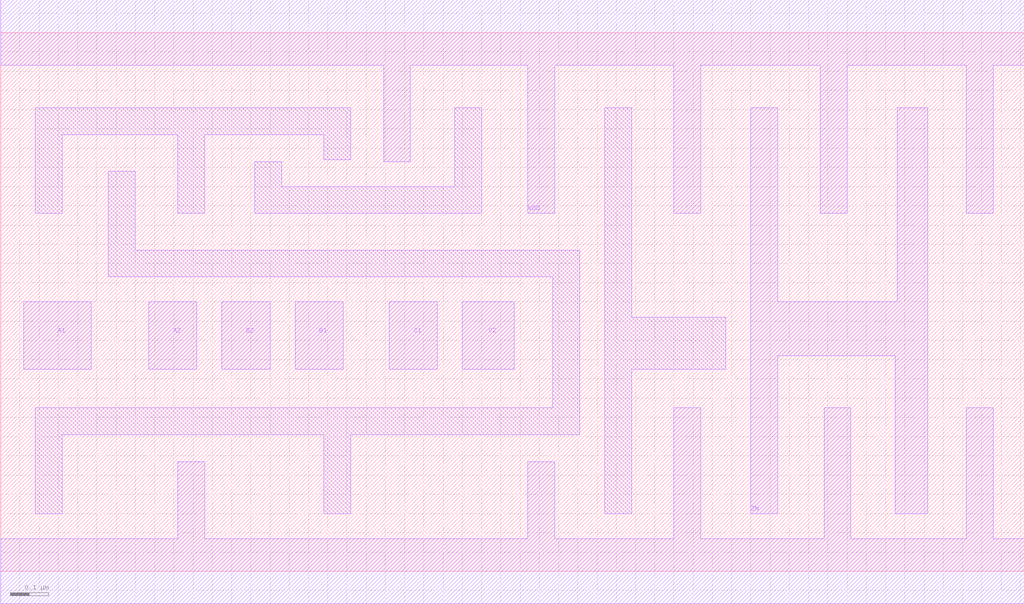
<source format=lef>
# 
# ******************************************************************************
# *                                                                            *
# *                   Copyright (C) 2004-2010, Nangate Inc.                    *
# *                           All rights reserved.                             *
# *                                                                            *
# * Nangate and the Nangate logo are trademarks of Nangate Inc.                *
# *                                                                            *
# * All trademarks, logos, software marks, and trade names (collectively the   *
# * "Marks") in this program are proprietary to Nangate or other respective    *
# * owners that have granted Nangate the right and license to use such Marks.  *
# * You are not permitted to use the Marks without the prior written consent   *
# * of Nangate or such third party that may own the Marks.                     *
# *                                                                            *
# * This file has been provided pursuant to a License Agreement containing     *
# * restrictions on its use. This file contains valuable trade secrets and     *
# * proprietary information of Nangate Inc., and is protected by U.S. and      *
# * international laws and/or treaties.                                        *
# *                                                                            *
# * The copyright notice(s) in this file does not indicate actual or intended  *
# * publication of this file.                                                  *
# *                                                                            *
# *     NGLibraryCreator, v2010.08-HR32-SP3-2010-08-05 - build 1009061800      *
# *                                                                            *
# ******************************************************************************
# 
# 
# Running on brazil06.nangate.com.br for user Giancarlo Franciscatto (gfr).
# Local time is now Fri, 3 Dec 2010, 19:32:18.
# Main process id is 27821.

VERSION 5.6 ;
BUSBITCHARS "[]" ;
DIVIDERCHAR "/" ;

MACRO AOI222_X4
  CLASS core ;
  FOREIGN AOI222_X4 0.0 0.0 ;
  ORIGIN 0 0 ;
  SYMMETRY X Y ;
  SITE FreePDK45_38x28_10R_NP_162NW_34O ;
  SIZE 2.66 BY 1.4 ;
  PIN A1
    DIRECTION INPUT ;
    ANTENNAPARTIALMETALAREA 0.030625 LAYER metal1 ;
    ANTENNAPARTIALMETALSIDEAREA 0.091 LAYER metal1 ;
    ANTENNAGATEAREA 0.05225 ;
    PORT
      LAYER metal1 ;
        POLYGON 0.06 0.525 0.235 0.525 0.235 0.7 0.06 0.7  ;
    END
  END A1
  PIN A2
    DIRECTION INPUT ;
    ANTENNAPARTIALMETALAREA 0.021875 LAYER metal1 ;
    ANTENNAPARTIALMETALSIDEAREA 0.078 LAYER metal1 ;
    ANTENNAGATEAREA 0.05225 ;
    PORT
      LAYER metal1 ;
        POLYGON 0.385 0.525 0.51 0.525 0.51 0.7 0.385 0.7  ;
    END
  END A2
  PIN B1
    DIRECTION INPUT ;
    ANTENNAPARTIALMETALAREA 0.021875 LAYER metal1 ;
    ANTENNAPARTIALMETALSIDEAREA 0.078 LAYER metal1 ;
    ANTENNAGATEAREA 0.05225 ;
    PORT
      LAYER metal1 ;
        POLYGON 0.765 0.525 0.89 0.525 0.89 0.7 0.765 0.7  ;
    END
  END B1
  PIN B2
    DIRECTION INPUT ;
    ANTENNAPARTIALMETALAREA 0.021875 LAYER metal1 ;
    ANTENNAPARTIALMETALSIDEAREA 0.078 LAYER metal1 ;
    ANTENNAGATEAREA 0.05225 ;
    PORT
      LAYER metal1 ;
        POLYGON 0.575 0.525 0.7 0.525 0.7 0.7 0.575 0.7  ;
    END
  END B2
  PIN C1
    DIRECTION INPUT ;
    ANTENNAPARTIALMETALAREA 0.021875 LAYER metal1 ;
    ANTENNAPARTIALMETALSIDEAREA 0.078 LAYER metal1 ;
    ANTENNAGATEAREA 0.05225 ;
    PORT
      LAYER metal1 ;
        POLYGON 1.01 0.525 1.135 0.525 1.135 0.7 1.01 0.7  ;
    END
  END C1
  PIN C2
    DIRECTION INPUT ;
    ANTENNAPARTIALMETALAREA 0.023625 LAYER metal1 ;
    ANTENNAPARTIALMETALSIDEAREA 0.0806 LAYER metal1 ;
    ANTENNAGATEAREA 0.05225 ;
    PORT
      LAYER metal1 ;
        POLYGON 1.2 0.525 1.335 0.525 1.335 0.7 1.2 0.7  ;
    END
  END C2
  PIN ZN
    DIRECTION OUTPUT ;
    ANTENNAPARTIALMETALAREA 0.2037 LAYER metal1 ;
    ANTENNAPARTIALMETALSIDEAREA 0.6318 LAYER metal1 ;
    ANTENNADIFFAREA 0.2926 ;
    PORT
      LAYER metal1 ;
        POLYGON 1.95 0.15 2.02 0.15 2.02 0.56 2.325 0.56 2.325 0.15 2.41 0.15 2.41 1.205 2.33 1.205 2.33 0.7 2.02 0.7 2.02 1.205 1.95 1.205  ;
    END
  END ZN
  PIN VDD
    DIRECTION INOUT ;
    USE power ;
    SHAPE ABUTMENT ;
    PORT
      LAYER metal1 ;
        POLYGON 0 1.315 0.91 1.315 0.995 1.315 0.995 1.065 1.065 1.065 1.065 1.315 1.25 1.315 1.37 1.315 1.37 0.93 1.44 0.93 1.44 1.315 1.505 1.315 1.75 1.315 1.75 0.93 1.82 0.93 1.82 1.315 1.885 1.315 2.13 1.315 2.13 0.93 2.2 0.93 2.2 1.315 2.51 1.315 2.51 0.93 2.58 0.93 2.58 1.315 2.66 1.315 2.66 1.485 1.885 1.485 1.505 1.485 1.25 1.485 0.91 1.485 0 1.485  ;
    END
  END VDD
  PIN VSS
    DIRECTION INOUT ;
    USE ground ;
    SHAPE ABUTMENT ;
    PORT
      LAYER metal1 ;
        POLYGON 0 -0.085 2.66 -0.085 2.66 0.085 2.58 0.085 2.58 0.425 2.51 0.425 2.51 0.085 2.21 0.085 2.21 0.425 2.14 0.425 2.14 0.085 1.82 0.085 1.82 0.425 1.75 0.425 1.75 0.085 1.44 0.085 1.44 0.285 1.37 0.285 1.37 0.085 0.53 0.085 0.53 0.285 0.46 0.285 0.46 0.085 0 0.085  ;
    END
  END VSS
  OBS
      LAYER metal1 ;
        POLYGON 0.09 0.93 0.16 0.93 0.16 1.135 0.46 1.135 0.46 0.93 0.53 0.93 0.53 1.135 0.84 1.135 0.84 1.07 0.91 1.07 0.91 1.205 0.09 1.205  ;
        POLYGON 0.66 0.93 1.25 0.93 1.25 1.205 1.18 1.205 1.18 1 0.73 1 0.73 1.065 0.66 1.065  ;
        POLYGON 0.28 0.765 1.435 0.765 1.435 0.425 0.09 0.425 0.09 0.15 0.16 0.15 0.16 0.355 0.84 0.355 0.84 0.15 0.91 0.15 0.91 0.355 1.505 0.355 1.505 0.835 0.35 0.835 0.35 1.04 0.28 1.04  ;
        POLYGON 1.57 0.15 1.64 0.15 1.64 0.525 1.885 0.525 1.885 0.66 1.64 0.66 1.64 1.205 1.57 1.205  ;
  END
END AOI222_X4

END LIBRARY
#
# End of file
#

</source>
